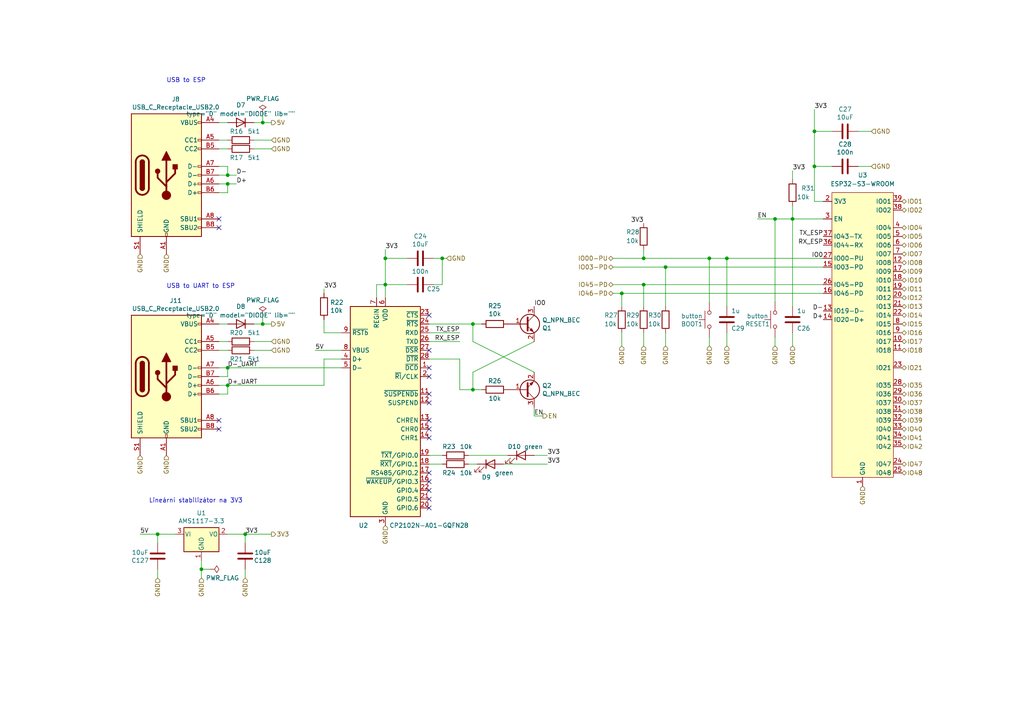
<source format=kicad_sch>
(kicad_sch (version 20230121) (generator eeschema)
  (paper "A4")
  (lib_symbols
    (symbol "Connector:USB_C_Receptacle_USB2.0" (pin_names (offset 1.016))
      (property "Reference" "J" (at -10.16 19.05 0))
      (property "Value" "USB_C_Receptacle_USB2.0" (at 19.05 19.05 0))
      (symbol "USB_C_Receptacle_USB2.0_0_0"
        (rectangle (start -0.254 -17.78) (end 0.254 -16.764))
        (rectangle (start 10.16 -14.986) (end 9.144 -15.494))
        (rectangle (start 10.16 -12.446) (end 9.144 -12.954))
        (rectangle (start 10.16 -4.826) (end 9.144 -5.334))
        (rectangle (start 10.16 -2.286) (end 9.144 -2.794))
        (rectangle (start 10.16 0.254) (end 9.144 -0.254))
        (rectangle (start 10.16 2.794) (end 9.144 2.286))
        (rectangle (start 10.16 7.874) (end 9.144 7.366))
        (rectangle (start 10.16 10.414) (end 9.144 9.906))
        (rectangle (start 10.16 15.494) (end 9.144 14.986))
      )
      (symbol "USB_C_Receptacle_USB2.0_0_1"
        (rectangle (start -10.16 17.78) (end 10.16 -17.78) (stroke (width 0.254)) (fill (type background)))
        (arc (start -8.89 -3.81) (mid -6.985 -5.7067) (end -5.08 -3.81) (stroke (width 0.508)))
        (arc (start -7.62 -3.81) (mid -6.985 -4.4423) (end -6.35 -3.81) (stroke (width 0.254)))
        (arc (start -7.62 -3.81) (mid -6.985 -4.4423) (end -6.35 -3.81) (stroke (width 0.254)) (fill (type outline)))
        (rectangle (start -7.62 -3.81) (end -6.35 3.81) (stroke (width 0.254)) (fill (type outline)))
        (arc (start -6.35 3.81) (mid -6.985 4.4423) (end -7.62 3.81) (stroke (width 0.254)))
        (arc (start -6.35 3.81) (mid -6.985 4.4423) (end -7.62 3.81) (stroke (width 0.254)) (fill (type outline)))
        (arc (start -5.08 3.81) (mid -6.985 5.7067) (end -8.89 3.81) (stroke (width 0.508)))
        (circle (center -2.54 1.143) (radius 0.635) (stroke (width 0.254)) (fill (type outline)))
        (circle (center 0 -5.842) (radius 1.27) (fill (type outline)))
        (polyline (pts (xy -8.89 -3.81) (xy -8.89 3.81)) (stroke (width 0.508)))
        (polyline (pts (xy -5.08 3.81) (xy -5.08 -3.81)) (stroke (width 0.508)))
        (polyline (pts (xy 0 -5.842) (xy 0 4.318)) (stroke (width 0.508)))
        (polyline (pts (xy 0 -3.302) (xy -2.54 -0.762) (xy -2.54 0.508)) (stroke (width 0.508)))
        (polyline (pts (xy 0 -2.032) (xy 2.54 0.508) (xy 2.54 1.778)) (stroke (width 0.508)))
        (polyline (pts (xy -1.27 4.318) (xy 0 6.858) (xy 1.27 4.318) (xy -1.27 4.318)) (stroke (width 0.254)) (fill (type outline)))
        (rectangle (start 1.905 1.778) (end 3.175 3.048) (stroke (width 0.254)) (fill (type outline)))
      )
      (symbol "USB_C_Receptacle_USB2.0_1_1"
        (pin passive line (at 0 -22.86 90) (length 5.08) (name "GND") (number "A1"))
        (pin passive line (at 0 -22.86 90) (length 5.08) hide (name "GND") (number "A12"))
        (pin passive line (at 15.24 15.24 180) (length 5.08) (name "VBUS") (number "A4"))
        (pin bidirectional line (at 15.24 10.16 180) (length 5.08) (name "CC1") (number "A5"))
        (pin bidirectional line (at 15.24 -2.54 180) (length 5.08) (name "D+") (number "A6"))
        (pin bidirectional line (at 15.24 2.54 180) (length 5.08) (name "D-") (number "A7"))
        (pin bidirectional line (at 15.24 -12.7 180) (length 5.08) (name "SBU1") (number "A8"))
        (pin passive line (at 15.24 15.24 180) (length 5.08) hide (name "VBUS") (number "A9"))
        (pin passive line (at 0 -22.86 90) (length 5.08) hide (name "GND") (number "B1"))
        (pin passive line (at 0 -22.86 90) (length 5.08) hide (name "GND") (number "B12"))
        (pin passive line (at 15.24 15.24 180) (length 5.08) hide (name "VBUS") (number "B4"))
        (pin bidirectional line (at 15.24 7.62 180) (length 5.08) (name "CC2") (number "B5"))
        (pin bidirectional line (at 15.24 -5.08 180) (length 5.08) (name "D+") (number "B6"))
        (pin bidirectional line (at 15.24 0 180) (length 5.08) (name "D-") (number "B7"))
        (pin bidirectional line (at 15.24 -15.24 180) (length 5.08) (name "SBU2") (number "B8"))
        (pin passive line (at 15.24 15.24 180) (length 5.08) hide (name "VBUS") (number "B9"))
        (pin passive line (at -7.62 -22.86 90) (length 5.08) (name "SHIELD") (number "S1"))
      )
    )
    (symbol "Device:C" (pin_numbers hide) (pin_names (offset 0.254))
      (property "Reference" "C" (at 0.635 2.54 0))
      (property "Value" "C" (at 0.635 -2.54 0))
      (symbol "C_0_1"
        (polyline (pts (xy -2.032 -0.762) (xy 2.032 -0.762)) (stroke (width 0.508)))
        (polyline (pts (xy -2.032 0.762) (xy 2.032 0.762)) (stroke (width 0.508)))
      )
      (symbol "C_1_1"
        (pin passive line (at 0 3.81 270) (length 2.794) (name "~") (number "1"))
        (pin passive line (at 0 -3.81 90) (length 2.794) (name "~") (number "2"))
      )
    )
    (symbol "Device:D" (pin_numbers hide) (pin_names (offset 1.016) hide)
      (property "Reference" "D" (at 0 2.54 0))
      (property "Value" "D" (at 0 -2.54 0))
      (symbol "D_0_1"
        (polyline (pts (xy -1.27 1.27) (xy -1.27 -1.27)) (stroke (width 0.254)))
        (polyline (pts (xy 1.27 0) (xy -1.27 0)))
        (polyline (pts (xy 1.27 1.27) (xy 1.27 -1.27) (xy -1.27 0) (xy 1.27 1.27)) (stroke (width 0.254)))
      )
      (symbol "D_1_1"
        (pin passive line (at -3.81 0 0) (length 2.54) (name "K") (number "1"))
        (pin passive line (at 3.81 0 180) (length 2.54) (name "A") (number "2"))
      )
    )
    (symbol "Device:LED" (pin_numbers hide) (pin_names (offset 1.016) hide)
      (property "Reference" "D" (at 0 2.54 0))
      (property "Value" "LED" (at 0 -2.54 0))
      (symbol "LED_0_1"
        (polyline (pts (xy -1.27 -1.27) (xy -1.27 1.27)) (stroke (width 0.254)))
        (polyline (pts (xy -1.27 0) (xy 1.27 0)))
        (polyline (pts (xy 1.27 -1.27) (xy 1.27 1.27) (xy -1.27 0) (xy 1.27 -1.27)) (stroke (width 0.254)))
        (polyline (pts (xy -3.048 -0.762) (xy -4.572 -2.286) (xy -3.81 -2.286) (xy -4.572 -2.286) (xy -4.572 -1.524)))
        (polyline (pts (xy -1.778 -0.762) (xy -3.302 -2.286) (xy -2.54 -2.286) (xy -3.302 -2.286) (xy -3.302 -1.524)))
      )
      (symbol "LED_1_1"
        (pin passive line (at -3.81 0 0) (length 2.54) (name "K") (number "1"))
        (pin passive line (at 3.81 0 180) (length 2.54) (name "A") (number "2"))
      )
    )
    (symbol "Device:Q_NPN_BEC" (pin_names (offset 0) hide)
      (property "Reference" "Q" (at 5.08 1.27 0))
      (property "Value" "Q_NPN_BEC" (at 5.08 -1.27 0))
      (symbol "Q_NPN_BEC_0_1"
        (polyline (pts (xy 0.635 0.635) (xy 2.54 2.54)))
        (polyline (pts (xy 0.635 -0.635) (xy 2.54 -2.54) (xy 2.54 -2.54)))
        (polyline (pts (xy 0.635 1.905) (xy 0.635 -1.905) (xy 0.635 -1.905)) (stroke (width 0.508)))
        (polyline (pts (xy 1.27 -1.778) (xy 1.778 -1.27) (xy 2.286 -2.286) (xy 1.27 -1.778) (xy 1.27 -1.778)) (fill (type outline)))
        (circle (center 1.27 0) (radius 2.8194) (stroke (width 0.254)))
      )
      (symbol "Q_NPN_BEC_1_1"
        (pin input line (at -5.08 0 0) (length 5.715) (name "B") (number "1"))
        (pin passive line (at 2.54 -5.08 90) (length 2.54) (name "E") (number "2"))
        (pin passive line (at 2.54 5.08 270) (length 2.54) (name "C") (number "3"))
      )
    )
    (symbol "Device:R" (pin_numbers hide) (pin_names (offset 0))
      (property "Reference" "R" (at 2.032 0 90))
      (property "Value" "R" (at 0 0 90))
      (symbol "R_0_1"
        (rectangle (start -1.016 -2.54) (end 1.016 2.54) (stroke (width 0.254)))
      )
      (symbol "R_1_1"
        (pin passive line (at 0 3.81 270) (length 1.27) (name "~") (number "1"))
        (pin passive line (at 0 -3.81 90) (length 1.27) (name "~") (number "2"))
      )
    )
    (symbol "Logic_tabor-rescue:CP2102N-A01-GQFN28-Interface_USB"
      (property "Reference" "U" (at -7.62 31.75 0))
      (property "Value" "CP2102N-A01-GQFN28-Interface_USB" (at 26.67 31.75 0))
      (symbol "CP2102N-A01-GQFN28-Interface_USB_0_1"
        (rectangle (start -10.16 30.48) (end 10.16 -30.48) (stroke (width 0.254)) (fill (type background)))
      )
      (symbol "CP2102N-A01-GQFN28-Interface_USB_1_1"
        (pin input line (at 12.7 12.7 180) (length 2.54) (name "~{DCD}") (number "1"))
        (pin no_connect line (at -10.16 -10.16 0) (length 2.54) hide (name "NC") (number "10"))
        (pin output line (at 12.7 5.08 180) (length 2.54) (name "~{SUSPENDb}") (number "11"))
        (pin output line (at 12.7 2.54 180) (length 2.54) (name "SUSPEND") (number "12"))
        (pin output line (at 12.7 -2.54 180) (length 2.54) (name "CHREN") (number "13"))
        (pin output line (at 12.7 -7.62 180) (length 2.54) (name "CHR1") (number "14"))
        (pin output line (at 12.7 -5.08 180) (length 2.54) (name "CHR0") (number "15"))
        (pin bidirectional line (at 12.7 -20.32 180) (length 2.54) (name "~{WAKEUP}/GPIO.3") (number "16"))
        (pin bidirectional line (at 12.7 -17.78 180) (length 2.54) (name "RS485/GPIO.2") (number "17"))
        (pin bidirectional line (at 12.7 -15.24 180) (length 2.54) (name "~{RXT}/GPIO.1") (number "18"))
        (pin bidirectional line (at 12.7 -12.7 180) (length 2.54) (name "~{TXT}/GPIO.0") (number "19"))
        (pin bidirectional line (at 12.7 10.16 180) (length 2.54) (name "~{RI}/CLK") (number "2"))
        (pin bidirectional line (at 12.7 -27.94 180) (length 2.54) (name "GPIO.6") (number "20"))
        (pin bidirectional line (at 12.7 -25.4 180) (length 2.54) (name "GPIO.5") (number "21"))
        (pin bidirectional line (at 12.7 -22.86 180) (length 2.54) (name "GPIO.4") (number "22"))
        (pin input line (at 12.7 27.94 180) (length 2.54) (name "~{CTS}") (number "23"))
        (pin output line (at 12.7 25.4 180) (length 2.54) (name "~{RTS}") (number "24"))
        (pin input line (at 12.7 22.86 180) (length 2.54) (name "RXD") (number "25"))
        (pin output line (at 12.7 20.32 180) (length 2.54) (name "TXD") (number "26"))
        (pin input line (at 12.7 17.78 180) (length 2.54) (name "~{DSR}") (number "27"))
        (pin output line (at 12.7 15.24 180) (length 2.54) (name "~{DTR}") (number "28"))
        (pin passive line (at 0 -33.02 90) (length 2.54) hide (name "GND") (number "29"))
        (pin power_in line (at 0 -33.02 90) (length 2.54) (name "GND") (number "3"))
        (pin bidirectional line (at -12.7 15.24 0) (length 2.54) (name "D+") (number "4"))
        (pin bidirectional line (at -12.7 12.7 0) (length 2.54) (name "D-") (number "5"))
        (pin passive line (at 0 33.02 270) (length 2.54) (name "VDD") (number "6"))
        (pin power_in line (at -2.54 33.02 270) (length 2.54) (name "REGIN") (number "7"))
        (pin input line (at -12.7 17.78 0) (length 2.54) (name "VBUS") (number "8"))
        (pin input line (at -12.7 22.86 0) (length 2.54) (name "~{RSTb}") (number "9"))
      )
    )
    (symbol "Regulator_Linear:AMS1117-3.3" (pin_names (offset 0.254))
      (property "Reference" "U" (at -3.81 3.175 0))
      (property "Value" "AMS1117-3.3" (at 0 3.175 0))
      (symbol "AMS1117-3.3_0_1"
        (rectangle (start -5.08 -5.08) (end 5.08 1.905) (stroke (width 0.254)) (fill (type background)))
      )
      (symbol "AMS1117-3.3_1_1"
        (pin power_in line (at 0 -7.62 90) (length 2.54) (name "GND") (number "1"))
        (pin power_out line (at 7.62 0 180) (length 2.54) (name "VO") (number "2"))
        (pin power_in line (at -7.62 0 0) (length 2.54) (name "VI") (number "3"))
      )
    )
    (symbol "Robotarna_KiCad_Library:ESP32-S3-WROOM"
      (property "Reference" "U" (at 0 5.08 0))
      (property "Value" "ESP32-S3-WROOM" (at 0 2.54 0))
      (symbol "ESP32-S3-WROOM_0_1"
        (rectangle (start -8.89 0) (end 8.89 -82.55) (fill (type background)))
      )
      (symbol "ESP32-S3-WROOM_1_1"
        (pin power_in line (at 0 -85.09 90) (length 2.54) (name "GND") (number "1"))
        (pin bidirectional line (at 11.43 -43.18 180) (length 2.54) (name "IO17") (number "10"))
        (pin bidirectional line (at 11.43 -45.72 180) (length 2.54) (name "IO18") (number "11"))
        (pin bidirectional line (at 11.43 -20.32 180) (length 2.54) (name "IO08") (number "12"))
        (pin bidirectional line (at -11.43 -34.29 0) (length 2.54) (name "IO19-D-") (number "13"))
        (pin bidirectional line (at -11.43 -36.83 0) (length 2.54) (name "IO20-D+") (number "14"))
        (pin bidirectional line (at -11.43 -21.59 0) (length 2.54) (name "IO03-PD") (number "15"))
        (pin bidirectional line (at -11.43 -29.21 0) (length 2.54) (name "IO46-PD") (number "16"))
        (pin bidirectional line (at 11.43 -22.86 180) (length 2.54) (name "IO09") (number "17"))
        (pin bidirectional line (at 11.43 -25.4 180) (length 2.54) (name "IO10") (number "18"))
        (pin bidirectional line (at 11.43 -27.94 180) (length 2.54) (name "IO11") (number "19"))
        (pin power_in line (at -11.43 -2.54 0) (length 2.54) (name "3V3") (number "2"))
        (pin bidirectional line (at 11.43 -30.48 180) (length 2.54) (name "IO12") (number "20"))
        (pin bidirectional line (at 11.43 -33.02 180) (length 2.54) (name "IO13") (number "21"))
        (pin bidirectional line (at 11.43 -35.56 180) (length 2.54) (name "IO14") (number "22"))
        (pin bidirectional line (at 11.43 -50.8 180) (length 2.54) (name "IO21") (number "23"))
        (pin bidirectional line (at 11.43 -78.74 180) (length 2.54) (name "IO47") (number "24"))
        (pin bidirectional line (at 11.43 -81.28 180) (length 2.54) (name "IO48") (number "25"))
        (pin bidirectional line (at -11.43 -26.67 0) (length 2.54) (name "IO45-PD") (number "26"))
        (pin bidirectional line (at -11.43 -19.05 0) (length 2.54) (name "IO00-PU") (number "27"))
        (pin bidirectional line (at 11.43 -55.88 180) (length 2.54) (name "IO35") (number "28"))
        (pin bidirectional line (at 11.43 -58.42 180) (length 2.54) (name "IO36") (number "29"))
        (pin input line (at -11.43 -7.62 0) (length 2.54) (name "EN") (number "3"))
        (pin bidirectional line (at 11.43 -60.96 180) (length 2.54) (name "IO37") (number "30"))
        (pin bidirectional line (at 11.43 -63.5 180) (length 2.54) (name "IO38") (number "31"))
        (pin bidirectional line (at 11.43 -66.04 180) (length 2.54) (name "IO39") (number "32"))
        (pin bidirectional line (at 11.43 -68.58 180) (length 2.54) (name "IO40") (number "33"))
        (pin bidirectional line (at 11.43 -71.12 180) (length 2.54) (name "IO41") (number "34"))
        (pin bidirectional line (at 11.43 -73.66 180) (length 2.54) (name "IO42") (number "35"))
        (pin input line (at -11.43 -15.24 0) (length 2.54) (name "IO44-RX") (number "36"))
        (pin output line (at -11.43 -12.7 0) (length 2.54) (name "IO43-TX") (number "37"))
        (pin bidirectional line (at 11.43 -5.08 180) (length 2.54) (name "IO02") (number "38"))
        (pin bidirectional line (at 11.43 -2.54 180) (length 2.54) (name "IO01") (number "39"))
        (pin bidirectional line (at 11.43 -10.16 180) (length 2.54) (name "IO04") (number "4"))
        (pin free line (at 0 -85.09 90) (length 2.54) hide (name "GND") (number "40"))
        (pin passive line (at 0 -85.09 90) (length 2.54) hide (name "GND") (number "41"))
        (pin bidirectional line (at 11.43 -12.7 180) (length 2.54) (name "IO05") (number "5"))
        (pin bidirectional line (at 11.43 -15.24 180) (length 2.54) (name "IO06") (number "6"))
        (pin bidirectional line (at 11.43 -17.78 180) (length 2.54) (name "IO07") (number "7"))
        (pin bidirectional line (at 11.43 -38.1 180) (length 2.54) (name "IO15") (number "8"))
        (pin bidirectional line (at 11.43 -40.64 180) (length 2.54) (name "IO16") (number "9"))
      )
    )
    (symbol "Switch:SW_Push" (pin_numbers hide) (pin_names (offset 1.016) hide)
      (property "Reference" "SW" (at 1.27 2.54 0))
      (property "Value" "SW_Push" (at 0 -1.524 0))
      (symbol "SW_Push_0_1"
        (circle (center -2.032 0) (radius 0.508))
        (polyline (pts (xy 0 1.27) (xy 0 3.048)))
        (polyline (pts (xy 2.54 1.27) (xy -2.54 1.27)))
        (circle (center 2.032 0) (radius 0.508))
        (pin passive line (at -5.08 0 0) (length 2.54) (name "1") (number "1"))
        (pin passive line (at 5.08 0 180) (length 2.54) (name "2") (number "2"))
      )
    )
    (symbol "power:PWR_FLAG" (power) (pin_numbers hide) (pin_names (offset 0) hide)
      (property "Value" "PWR_FLAG" (at 0 3.81 0))
      (symbol "PWR_FLAG_0_0"
        (pin power_out line (at 0 0 90) (length 0) (name "pwr") (number "1"))
      )
      (symbol "PWR_FLAG_0_1"
        (polyline (pts (xy 0 0) (xy 0 1.27) (xy -1.016 1.905) (xy 0 2.54) (xy 1.016 1.905) (xy 0 1.27)))
      )
    )
  )
  (junction (at 66.04 111.76))
  (junction (at 186.69 82.55))
  (junction (at 76.2 93.98))
  (junction (at 71.12 154.94))
  (junction (at 111.76 74.93))
  (junction (at 128.27 74.93))
  (junction (at 137.16 93.98))
  (junction (at 66.04 106.68))
  (junction (at 193.04 77.47))
  (junction (at 229.87 63.5))
  (junction (at 66.04 53.34))
  (junction (at 66.04 50.8))
  (junction (at 76.2 35.56))
  (junction (at 58.42 165.1))
  (junction (at 45.72 154.94))
  (junction (at 180.34 85.09))
  (junction (at 111.76 82.55))
  (junction (at 186.69 74.93))
  (junction (at 210.82 74.93))
  (junction (at 224.79 63.5))
  (junction (at 205.74 74.93))
  (junction (at 236.22 38.1))
  (junction (at 236.22 48.26))
  (junction (at 137.16 113.03))
  (no_connect (at 124.46 121.92))
  (no_connect (at 124.46 114.3))
  (no_connect (at 124.46 142.24))
  (no_connect (at 124.46 127))
  (no_connect (at 124.46 147.32))
  (no_connect (at 63.5 121.92))
  (no_connect (at 124.46 109.22))
  (no_connect (at 124.46 116.84))
  (no_connect (at 63.5 63.5))
  (no_connect (at 124.46 101.6))
  (no_connect (at 124.46 91.44))
  (no_connect (at 124.46 144.78))
  (no_connect (at 124.46 124.46))
  (no_connect (at 124.46 139.7))
  (no_connect (at 63.5 66.04))
  (no_connect (at 63.5 124.46))
  (no_connect (at 124.46 106.68))
  (no_connect (at 124.46 137.16))
  (wire (pts (xy 133.35 113.03) (xy 133.35 104.14)))
  (wire (pts (xy 147.32 132.08) (xy 135.89 132.08)))
  (wire (pts (xy 224.79 63.5) (xy 229.87 63.5)))
  (wire (pts (xy 76.2 91.44) (xy 76.2 93.98)))
  (wire (pts (xy 71.12 157.48) (xy 71.12 154.94)))
  (wire (pts (xy 58.42 165.1) (xy 58.42 162.56)))
  (wire (pts (xy 93.98 96.52) (xy 99.06 96.52)))
  (wire (pts (xy 138.43 134.62) (xy 135.89 134.62)))
  (wire (pts (xy 186.69 82.55) (xy 238.76 82.55)))
  (wire (pts (xy 128.27 134.62) (xy 124.46 134.62)))
  (wire (pts (xy 193.04 100.33) (xy 193.04 96.52)))
  (wire (pts (xy 124.46 132.08) (xy 128.27 132.08)))
  (wire (pts (xy 78.74 101.6) (xy 73.66 101.6)))
  (wire (pts (xy 125.73 74.93) (xy 128.27 74.93)))
  (wire (pts (xy 63.5 50.8) (xy 66.04 50.8)))
  (wire (pts (xy 66.04 106.68) (xy 99.06 106.68)))
  (wire (pts (xy 158.75 132.08) (xy 154.94 132.08)))
  (wire (pts (xy 91.44 101.6) (xy 99.06 101.6)))
  (wire (pts (xy 45.72 165.1) (xy 45.72 167.64)))
  (wire (pts (xy 177.8 85.09) (xy 180.34 85.09)))
  (wire (pts (xy 154.94 99.06) (xy 137.16 107.95)))
  (wire (pts (xy 229.87 100.33) (xy 229.87 96.52)))
  (wire (pts (xy 154.94 118.11) (xy 154.94 120.65)))
  (wire (pts (xy 63.5 101.6) (xy 66.04 101.6)))
  (wire (pts (xy 118.11 82.55) (xy 111.76 82.55)))
  (wire (pts (xy 63.5 93.98) (xy 66.04 93.98)))
  (wire (pts (xy 78.74 154.94) (xy 71.12 154.94)))
  (wire (pts (xy 205.74 74.93) (xy 210.82 74.93)))
  (wire (pts (xy 137.16 113.03) (xy 139.7 113.03)))
  (wire (pts (xy 78.74 43.18) (xy 73.66 43.18)))
  (wire (pts (xy 66.04 53.34) (xy 68.58 53.34)))
  (wire (pts (xy 66.04 111.76) (xy 93.98 111.76)))
  (wire (pts (xy 93.98 111.76) (xy 93.98 104.14)))
  (wire (pts (xy 45.72 154.94) (xy 50.8 154.94)))
  (wire (pts (xy 224.79 100.33) (xy 224.79 97.79)))
  (wire (pts (xy 186.69 96.52) (xy 186.69 100.33)))
  (wire (pts (xy 133.35 104.14) (xy 124.46 104.14)))
  (wire (pts (xy 111.76 82.55) (xy 111.76 86.36)))
  (wire (pts (xy 241.3 38.1) (xy 236.22 38.1)))
  (wire (pts (xy 73.66 40.64) (xy 78.74 40.64)))
  (wire (pts (xy 45.72 157.48) (xy 45.72 154.94)))
  (wire (pts (xy 193.04 77.47) (xy 238.76 77.47)))
  (wire (pts (xy 118.11 74.93) (xy 111.76 74.93)))
  (wire (pts (xy 76.2 35.56) (xy 73.66 35.56)))
  (wire (pts (xy 63.5 43.18) (xy 66.04 43.18)))
  (wire (pts (xy 78.74 93.98) (xy 76.2 93.98)))
  (wire (pts (xy 180.34 85.09) (xy 238.76 85.09)))
  (wire (pts (xy 219.71 63.5) (xy 224.79 63.5)))
  (wire (pts (xy 137.16 99.06) (xy 137.16 93.98)))
  (wire (pts (xy 40.64 154.94) (xy 45.72 154.94)))
  (wire (pts (xy 229.87 49.53) (xy 229.87 52.07)))
  (wire (pts (xy 137.16 107.95) (xy 137.16 113.03)))
  (wire (pts (xy 66.04 50.8) (xy 68.58 50.8)))
  (wire (pts (xy 76.2 93.98) (xy 73.66 93.98)))
  (wire (pts (xy 63.5 48.26) (xy 66.04 48.26)))
  (wire (pts (xy 186.69 72.39) (xy 186.69 74.93)))
  (wire (pts (xy 236.22 48.26) (xy 236.22 58.42)))
  (wire (pts (xy 93.98 83.82) (xy 93.98 85.09)))
  (wire (pts (xy 111.76 82.55) (xy 109.22 82.55)))
  (wire (pts (xy 124.46 96.52) (xy 133.35 96.52)))
  (wire (pts (xy 63.5 35.56) (xy 66.04 35.56)))
  (wire (pts (xy 66.04 99.06) (xy 63.5 99.06)))
  (wire (pts (xy 252.73 48.26) (xy 248.92 48.26)))
  (wire (pts (xy 236.22 38.1) (xy 236.22 48.26)))
  (wire (pts (xy 58.42 165.1) (xy 60.96 165.1)))
  (wire (pts (xy 66.04 55.88) (xy 66.04 53.34)))
  (wire (pts (xy 124.46 99.06) (xy 133.35 99.06)))
  (wire (pts (xy 210.82 74.93) (xy 238.76 74.93)))
  (wire (pts (xy 93.98 92.71) (xy 93.98 96.52)))
  (wire (pts (xy 78.74 35.56) (xy 76.2 35.56)))
  (wire (pts (xy 236.22 31.75) (xy 236.22 38.1)))
  (wire (pts (xy 66.04 114.3) (xy 66.04 111.76)))
  (wire (pts (xy 109.22 82.55) (xy 109.22 86.36)))
  (wire (pts (xy 158.75 134.62) (xy 146.05 134.62)))
  (wire (pts (xy 66.04 109.22) (xy 66.04 106.68)))
  (wire (pts (xy 128.27 74.93) (xy 128.27 82.55)))
  (wire (pts (xy 193.04 77.47) (xy 193.04 88.9)))
  (wire (pts (xy 63.5 114.3) (xy 66.04 114.3)))
  (wire (pts (xy 63.5 53.34) (xy 66.04 53.34)))
  (wire (pts (xy 58.42 167.64) (xy 58.42 165.1)))
  (wire (pts (xy 154.94 120.65) (xy 157.48 120.65)))
  (wire (pts (xy 177.8 77.47) (xy 193.04 77.47)))
  (wire (pts (xy 73.66 99.06) (xy 78.74 99.06)))
  (wire (pts (xy 129.54 74.93) (xy 128.27 74.93)))
  (wire (pts (xy 133.35 113.03) (xy 137.16 113.03)))
  (wire (pts (xy 210.82 100.33) (xy 210.82 96.52)))
  (wire (pts (xy 180.34 85.09) (xy 180.34 88.9)))
  (wire (pts (xy 180.34 100.33) (xy 180.34 96.52)))
  (wire (pts (xy 93.98 104.14) (xy 99.06 104.14)))
  (wire (pts (xy 229.87 59.69) (xy 229.87 63.5)))
  (wire (pts (xy 76.2 33.02) (xy 76.2 35.56)))
  (wire (pts (xy 236.22 58.42) (xy 238.76 58.42)))
  (wire (pts (xy 63.5 55.88) (xy 66.04 55.88)))
  (wire (pts (xy 128.27 82.55) (xy 125.73 82.55)))
  (wire (pts (xy 63.5 106.68) (xy 66.04 106.68)))
  (wire (pts (xy 71.12 154.94) (xy 66.04 154.94)))
  (wire (pts (xy 210.82 74.93) (xy 210.82 88.9)))
  (wire (pts (xy 154.94 107.95) (xy 137.16 99.06)))
  (wire (pts (xy 63.5 111.76) (xy 66.04 111.76)))
  (wire (pts (xy 205.74 100.33) (xy 205.74 97.79)))
  (wire (pts (xy 229.87 63.5) (xy 238.76 63.5)))
  (wire (pts (xy 229.87 63.5) (xy 229.87 88.9)))
  (wire (pts (xy 177.8 74.93) (xy 186.69 74.93)))
  (wire (pts (xy 224.79 63.5) (xy 224.79 87.63)))
  (wire (pts (xy 124.46 93.98) (xy 137.16 93.98)))
  (wire (pts (xy 248.92 38.1) (xy 252.73 38.1)))
  (wire (pts (xy 241.3 48.26) (xy 236.22 48.26)))
  (wire (pts (xy 186.69 82.55) (xy 186.69 88.9)))
  (wire (pts (xy 205.74 74.93) (xy 205.74 87.63)))
  (wire (pts (xy 177.8 82.55) (xy 186.69 82.55)))
  (wire (pts (xy 71.12 165.1) (xy 71.12 167.64)))
  (wire (pts (xy 66.04 40.64) (xy 63.5 40.64)))
  (wire (pts (xy 111.76 72.39) (xy 111.76 74.93)))
  (wire (pts (xy 186.69 74.93) (xy 205.74 74.93)))
  (wire (pts (xy 66.04 50.8) (xy 66.04 48.26)))
  (wire (pts (xy 63.5 109.22) (xy 66.04 109.22)))
  (wire (pts (xy 111.76 74.93) (xy 111.76 82.55)))
  (wire (pts (xy 137.16 93.98) (xy 139.7 93.98)))
  (text "USB to UART to ESP" (at 48.26 83.82 0) (effects (font (size 1.27 1.27)) (justify left bottom)))
  (text "Lineární stabilizátor na 3V3\n" (at 43.18 146.05 0) (effects (font (size 1.27 1.27)) (justify left bottom)))
  (text "USB to ESP" (at 48.26 24.13 0) (effects (font (size 1.27 1.27)) (justify left bottom)))
  (label "5V" (at 91.44 101.6 0))
  (label "TX_ESP" (at 238.76 68.58 180))
  (label "D+" (at 68.58 53.34 0))
  (label "D-_UART" (at 66.04 106.68 0))
  (label "RX_ESP" (at 133.35 99.06 180))
  (label "3V3" (at 158.75 132.08 0))
  (label "RX_ESP" (at 238.76 71.12 180))
  (label "IO0" (at 238.76 74.93 180))
  (label "3V3" (at 93.98 83.82 0))
  (label "IO0" (at 154.94 88.9 0))
  (label "D+_UART" (at 66.04 111.76 0))
  (label "EN" (at 219.71 63.5 0))
  (label "TX_ESP" (at 133.35 96.52 180))
  (label "3V3" (at 71.12 154.94 0))
  (label "3V3" (at 229.87 49.53 0))
  (label "3V3" (at 111.76 72.39 0))
  (label "3V3" (at 158.75 134.62 0))
  (label "D+" (at 238.76 92.71 180))
  (label "D-" (at 238.76 90.17 180))
  (label "3V3" (at 236.22 31.75 0))
  (label "5V" (at 40.64 154.94 0))
  (label "EN" (at 154.94 120.65 0))
  (label "D-" (at 68.58 50.8 0))
  (label "3V3" (at 186.69 64.77 180))
  (hierarchical_label "5V" (shape output) (at 78.74 35.56 0))
  (hierarchical_label "IO07" (shape bidirectional) (at 261.62 73.66 0))
  (hierarchical_label "IO00-PU" (shape bidirectional) (at 177.8 74.93 180))
  (hierarchical_label "GND" (shape input) (at 229.87 100.33 270))
  (hierarchical_label "IO45-PD" (shape bidirectional) (at 177.8 82.55 180))
  (hierarchical_label "IO09" (shape bidirectional) (at 261.62 78.74 0))
  (hierarchical_label "IO36" (shape bidirectional) (at 261.62 114.3 0))
  (hierarchical_label "IO41" (shape bidirectional) (at 261.62 127 0))
  (hierarchical_label "GND" (shape input) (at 40.64 73.66 270))
  (hierarchical_label "IO18" (shape bidirectional) (at 261.62 101.6 0))
  (hierarchical_label "GND" (shape input) (at 45.72 167.64 270))
  (hierarchical_label "IO39" (shape bidirectional) (at 261.62 121.92 0))
  (hierarchical_label "GND" (shape input) (at 186.69 100.33 270))
  (hierarchical_label "IO47" (shape bidirectional) (at 261.62 134.62 0))
  (hierarchical_label "GND" (shape input) (at 224.79 100.33 270))
  (hierarchical_label "IO38" (shape bidirectional) (at 261.62 119.38 0))
  (hierarchical_label "IO10" (shape bidirectional) (at 261.62 81.28 0))
  (hierarchical_label "3V3" (shape output) (at 78.74 154.94 0))
  (hierarchical_label "IO42" (shape bidirectional) (at 261.62 129.54 0))
  (hierarchical_label "GND" (shape input) (at 40.64 132.08 270))
  (hierarchical_label "GND" (shape input) (at 111.76 152.4 270))
  (hierarchical_label "IO03-PD" (shape bidirectional) (at 177.8 77.47 180))
  (hierarchical_label "GND" (shape input) (at 205.74 100.33 270))
  (hierarchical_label "GND" (shape input) (at 129.54 74.93 0))
  (hierarchical_label "IO17" (shape bidirectional) (at 261.62 99.06 0))
  (hierarchical_label "IO13" (shape bidirectional) (at 261.62 88.9 0))
  (hierarchical_label "IO48" (shape bidirectional) (at 261.62 137.16 0))
  (hierarchical_label "IO46-PD" (shape bidirectional) (at 177.8 85.09 180))
  (hierarchical_label "IO37" (shape bidirectional) (at 261.62 116.84 0))
  (hierarchical_label "GND" (shape input) (at 210.82 100.33 270))
  (hierarchical_label "GND" (shape input) (at 71.12 167.64 270))
  (hierarchical_label "IO35" (shape bidirectional) (at 261.62 111.76 0))
  (hierarchical_label "IO16" (shape bidirectional) (at 261.62 96.52 0))
  (hierarchical_label "IO14" (shape bidirectional) (at 261.62 91.44 0))
  (hierarchical_label "GND" (shape input) (at 58.42 167.64 270))
  (hierarchical_label "IO40" (shape bidirectional) (at 261.62 124.46 0))
  (hierarchical_label "GND" (shape input) (at 48.26 132.08 270))
  (hierarchical_label "IO08" (shape bidirectional) (at 261.62 76.2 0))
  (hierarchical_label "5V" (shape output) (at 78.74 93.98 0))
  (hierarchical_label "GND" (shape input) (at 78.74 43.18 0))
  (hierarchical_label "GND" (shape input) (at 180.34 100.33 270))
  (hierarchical_label "GND" (shape input) (at 78.74 40.64 0))
  (hierarchical_label "IO04" (shape bidirectional) (at 261.62 66.04 0))
  (hierarchical_label "IO06" (shape bidirectional) (at 261.62 71.12 0))
  (hierarchical_label "EN" (shape output) (at 157.48 120.65 0))
  (hierarchical_label "GND" (shape input) (at 252.73 38.1 0))
  (hierarchical_label "GND" (shape input) (at 78.74 99.06 0))
  (hierarchical_label "IO01" (shape bidirectional) (at 261.62 58.42 0))
  (hierarchical_label "GND" (shape input) (at 78.74 101.6 0))
  (hierarchical_label "IO02" (shape bidirectional) (at 261.62 60.96 0))
  (hierarchical_label "IO05" (shape bidirectional) (at 261.62 68.58 0))
  (hierarchical_label "GND" (shape input) (at 48.26 73.66 270))
  (hierarchical_label "GND" (shape input) (at 250.19 140.97 270))
  (hierarchical_label "IO21" (shape bidirectional) (at 261.62 106.68 0))
  (hierarchical_label "IO12" (shape bidirectional) (at 261.62 86.36 0))
  (hierarchical_label "GND" (shape input) (at 193.04 100.33 270))
  (hierarchical_label "IO15" (shape bidirectional) (at 261.62 93.98 0))
  (hierarchical_label "GND" (shape input) (at 252.73 48.26 0))
  (hierarchical_label "IO11" (shape bidirectional) (at 261.62 83.82 0))
  (symbol (lib_id "power:PWR_FLAG") (at 60.96 165.1 270) (unit 1)
    (property "Reference" "#FLG0101" (effects hide))
    (property "Value" "PWR_FLAG" (at 59.69 167.64 90) (effects (justify left)))
  )
  (symbol (lib_id "Device:C") (at 210.82 92.71 0) (mirror y) (unit 1)
    (property "Reference" "C29" (at 212.09 95.25 0) (effects (justify right)))
    (property "Value" "1u" (at 212.09 90.17 0) (effects (justify right)))
    (property "Footprint" "Capacitor_SMD:C_0402_1005Metric" (effects hide))
    (property "LCSC" "C52923" (effects hide))
    (property "JLCPCB_CORRECTION" "0;0;0" (effects hide))
  )
  (symbol (lib_id "Regulator_Linear:AMS1117-3.3") (at 58.42 154.94 0) (unit 1)
    (property "Reference" "U1" (at 58.42 148.7932 0))
    (property "Value" "AMS1117-3.3" (at 58.42 151.1046 0))
    (property "Footprint" "Package_TO_SOT_SMD:SOT-223-3_TabPin2" (effects hide))
    (property "Datasheet" "http://www.advanced-monolithic.com/pdf/ds1117.pdf" (effects hide))
    (property "JLCPCB_CORRECTION" "0;0;180" (effects hide))
    (property "LCSC" " C6186" (effects hide))
  )
  (symbol (lib_id "Device:R") (at 93.98 88.9 0) (unit 1)
    (property "Reference" "R22" (at 95.758 87.7316 0) (effects (justify left)))
    (property "Value" "10k" (at 95.758 90.043 0) (effects (justify left)))
    (property "Footprint" "Resistor_SMD:R_0402_1005Metric" (effects hide))
    (property "LCSC" "C25744" (effects hide))
    (property "JLCPCB_CORRECTION" "0;0;0" (effects hide))
  )
  (symbol (lib_id "Device:D") (at 69.85 93.98 0) (mirror y) (unit 1)
    (property "Reference" "D8" (at 69.85 88.9 0))
    (property "Value" "${SIM.PARAMS}" (at 69.85 91.44 0))
    (property "Footprint" "Diode_SMD:D_SMA" (effects hide))
    (property "LCSC" "C8678" (effects hide))
    (property "JLCPCB_CORRECTION" "0;0;0" (effects hide))
    (property "Sim.Device" "SPICE" (effects hide))
    (property "Sim.Params" "type=\"D\" model=\"DIODE\" lib=\"\"" (effects hide))
    (property "Sim.Pins" "1=1 2=2" (effects hide))
  )
  (symbol (lib_id "Device:D") (at 69.85 35.56 0) (mirror y) (unit 1)
    (property "Reference" "D7" (at 69.85 30.48 0))
    (property "Value" "${SIM.PARAMS}" (at 69.85 33.02 0))
    (property "Footprint" "Diode_SMD:D_SMA" (effects hide))
    (property "LCSC" "C8678" (effects hide))
    (property "JLCPCB_CORRECTION" "0;0;0" (effects hide))
    (property "Sim.Device" "SPICE" (effects hide))
    (property "Sim.Params" "type=\"D\" model=\"DIODE\" lib=\"\"" (effects hide))
    (property "Sim.Pins" "1=1 2=2" (effects hide))
  )
  (symbol (lib_id "Device:R") (at 180.34 92.71 0) (unit 1)
    (property "Reference" "R27" (at 175.26 91.44 0) (effects (justify left)))
    (property "Value" "10k" (at 175.26 93.98 0) (effects (justify left)))
    (property "Footprint" "Resistor_SMD:R_0402_1005Metric" (effects hide))
    (property "LCSC" "C25744" (effects hide))
    (property "JLCPCB_CORRECTION" "0;0;0" (effects hide))
  )
  (symbol (lib_id "Device:C") (at 121.92 82.55 270) (unit 1)
    (property "Reference" "C25" (at 125.73 83.82 90))
    (property "Value" "100n" (at 121.92 78.74 90))
    (property "Footprint" "Capacitor_SMD:C_0402_1005Metric" (effects hide))
    (property "LCSC" "C1525" (effects hide))
    (property "JLCPCB_CORRECTION" "0;0;0" (effects hide))
  )
  (symbol (lib_id "Switch:SW_Push") (at 224.79 92.71 90) (mirror x) (unit 1)
    (property "Reference" "RESET1" (at 219.71 93.98 90))
    (property "Value" "button" (at 219.71 91.6686 90))
    (property "Footprint" "my_library:Tactile_switch" (effects hide))
    (property "LCSC" "C318887" (effects hide))
    (property "JLCPCB_CORRECTION" "0;0;0" (effects hide))
  )
  (symbol (lib_id "Device:C") (at 71.12 161.29 0) (unit 1)
    (property "Reference" "C128" (at 76.2 162.56 0))
    (property "Value" "10uF" (at 76.2 160.2486 0))
    (property "Footprint" "Capacitor_SMD:C_0603_1608Metric" (effects hide))
    (property "LCSC" "C96446" (effects hide))
    (property "JLCPCB_CORRECTION" "0;0;0" (effects hide))
  )
  (symbol (lib_id "Logic_tabor-rescue:CP2102N-A01-GQFN28-Interface_USB") (at 111.76 119.38 0) (unit 1)
    (property "Reference" "U2" (at 105.41 152.4 0))
    (property "Value" "CP2102N-A01-GQFN28" (at 124.46 152.4 0))
    (property "Footprint" "Package_DFN_QFN:QFN-28-1EP_5x5mm_P0.5mm_EP3.35x3.35mm" (effects hide))
    (property "Datasheet" "https://www.silabs.com/documents/public/data-sheets/cp2102n-datasheet.pdf" (effects hide))
    (property "LCSC" "C6568" (effects hide))
    (property "JLCPCB_CORRECTION" "0;0;270" (effects hide))
  )
  (symbol (lib_id "Device:R") (at 69.85 40.64 270) (unit 1)
    (property "Reference" "R16" (at 68.58 38.1 90))
    (property "Value" "5k1" (at 73.66 38.1 90))
    (property "Footprint" "Resistor_SMD:R_0402_1005Metric" (effects hide))
    (property "JLCPCB_CORRECTION" "0;0;0" (effects hide))
    (property "LCSC" "C25905" (effects hide))
  )
  (symbol (lib_id "Device:R") (at 69.85 101.6 270) (unit 1)
    (property "Reference" "R21" (at 68.58 104.14 90))
    (property "Value" "5k1" (at 73.66 104.14 90))
    (property "Footprint" "Resistor_SMD:R_0402_1005Metric" (effects hide))
    (property "JLCPCB_CORRECTION" "0;0;0" (effects hide))
    (property "LCSC" "C25905" (effects hide))
  )
  (symbol (lib_id "Device:R") (at 186.69 92.71 0) (unit 1)
    (property "Reference" "R29" (at 181.61 91.44 0) (effects (justify left)))
    (property "Value" "10k" (at 181.61 93.98 0) (effects (justify left)))
    (property "Footprint" "Resistor_SMD:R_0402_1005Metric" (effects hide))
    (property "LCSC" "C25744" (effects hide))
    (property "JLCPCB_CORRECTION" "0;0;0" (effects hide))
  )
  (symbol (lib_id "Device:C") (at 229.87 92.71 0) (mirror y) (unit 1)
    (property "Reference" "C26" (at 231.14 95.25 0) (effects (justify right)))
    (property "Value" "1u" (at 231.14 90.17 0) (effects (justify right)))
    (property "Footprint" "Capacitor_SMD:C_0402_1005Metric" (effects hide))
    (property "LCSC" "C52923" (effects hide))
    (property "JLCPCB_CORRECTION" "0;0;0" (effects hide))
  )
  (symbol (lib_id "Device:R") (at 132.08 132.08 270) (unit 1)
    (property "Reference" "R23" (at 128.27 129.54 90) (effects (justify left)))
    (property "Value" "10k" (at 133.35 129.54 90) (effects (justify left)))
    (property "Footprint" "Resistor_SMD:R_0402_1005Metric" (effects hide))
    (property "LCSC" "C25744" (effects hide))
    (property "JLCPCB_CORRECTION" "0;0;0" (effects hide))
  )
  (symbol (lib_id "Device:C") (at 45.72 161.29 0) (unit 1)
    (property "Reference" "C127" (at 40.64 162.56 0))
    (property "Value" "10uF" (at 40.64 160.2486 0))
    (property "Footprint" "Capacitor_SMD:C_0603_1608Metric" (effects hide))
    (property "LCSC" "C96446" (effects hide))
    (property "JLCPCB_CORRECTION" "0;0;0" (effects hide))
  )
  (symbol (lib_id "Device:C") (at 121.92 74.93 270) (unit 1)
    (property "Reference" "C24" (at 121.92 68.5292 90))
    (property "Value" "10uF" (at 121.92 70.8406 90))
    (property "Footprint" "Capacitor_SMD:C_0603_1608Metric" (effects hide))
    (property "LCSC" "C96446" (effects hide))
    (property "JLCPCB_CORRECTION" "0;0;0" (effects hide))
  )
  (symbol (lib_id "Switch:SW_Push") (at 205.74 92.71 90) (mirror x) (unit 1)
    (property "Reference" "BOOT1" (at 200.66 93.98 90))
    (property "Value" "button" (at 200.66 91.6686 90))
    (property "Footprint" "my_library:Tactile_switch" (effects hide))
    (property "LCSC" "C318887" (effects hide))
    (property "JLCPCB_CORRECTION" "0;0;0" (effects hide))
  )
  (symbol (lib_id "Device:R") (at 69.85 99.06 270) (unit 1)
    (property "Reference" "R20" (at 68.58 96.52 90))
    (property "Value" "5k1" (at 73.66 96.52 90))
    (property "Footprint" "Resistor_SMD:R_0402_1005Metric" (effects hide))
    (property "JLCPCB_CORRECTION" "0;0;0" (effects hide))
    (property "LCSC" "C25905" (effects hide))
  )
  (symbol (lib_id "power:PWR_FLAG") (at 76.2 33.02 0) (unit 1)
    (property "Reference" "#FLG0104" (effects hide))
    (property "Value" "PWR_FLAG" (at 76.2 28.6258 0))
  )
  (symbol (lib_id "Device:R") (at 143.51 113.03 270) (unit 1)
    (property "Reference" "R26" (at 143.51 110.49 90))
    (property "Value" "10k" (at 143.51 115.57 90))
    (property "Footprint" "Resistor_SMD:R_0402_1005Metric" (effects hide))
    (property "LCSC" "C25744" (effects hide))
    (property "JLCPCB_CORRECTION" "0;0;0" (effects hide))
  )
  (symbol (lib_id "Robotarna_KiCad_Library:ESP32-S3-WROOM") (at 250.19 55.88 0) (unit 1)
    (property "Reference" "U3" (at 250.19 50.8 0))
    (property "Value" "ESP32-S3-WROOM" (at 250.19 53.34 0))
    (property "Footprint" "Robotarna_KiCad_Library:ESP32-S3-WROOM" (effects hide))
    (property "Datasheet" "https://www.espressif.com/sites/default/files/documentation/esp32-s3-wroom-1_wroom-1u_datasheet_en.pdf" (effects hide))
    (property "LCSC" "C2913199" (effects hide))
    (property "JLCPCB_CORRECTION" "0;9;0" (effects hide))
  )
  (symbol (lib_id "Device:C") (at 245.11 48.26 270) (unit 1)
    (property "Reference" "C28" (at 245.11 41.8592 90))
    (property "Value" "100n" (at 245.11 44.1706 90))
    (property "Footprint" "Capacitor_SMD:C_0402_1005Metric" (effects hide))
    (property "LCSC" "C1525" (effects hide))
    (property "JLCPCB_CORRECTION" "0;0;0" (effects hide))
  )
  (symbol (lib_id "Device:C") (at 245.11 38.1 270) (unit 1)
    (property "Reference" "C27" (at 245.11 31.6992 90))
    (property "Value" "10uF" (at 245.11 34.0106 90))
    (property "Footprint" "Capacitor_SMD:C_0603_1608Metric" (effects hide))
    (property "LCSC" "C96446" (effects hide))
    (property "JLCPCB_CORRECTION" "0;0;0" (effects hide))
  )
  (symbol (lib_id "Device:R") (at 229.87 55.88 0) (unit 1)
    (property "Reference" "R31" (at 232.41 54.61 0) (effects (justify left)))
    (property "Value" "10k" (at 231.14 57.15 0) (effects (justify left)))
    (property "Footprint" "Resistor_SMD:R_0402_1005Metric" (effects hide))
    (property "LCSC" "C25744" (effects hide))
    (property "JLCPCB_CORRECTION" "0;0;0" (effects hide))
  )
  (symbol (lib_id "Device:R") (at 132.08 134.62 270) (unit 1)
    (property "Reference" "R24" (at 128.27 137.16 90) (effects (justify left)))
    (property "Value" "10k" (at 133.35 137.16 90) (effects (justify left)))
    (property "Footprint" "Resistor_SMD:R_0402_1005Metric" (effects hide))
    (property "LCSC" "C25744" (effects hide))
    (property "JLCPCB_CORRECTION" "0;0;0" (effects hide))
  )
  (symbol (lib_id "Device:LED") (at 142.24 134.62 0) (unit 1)
    (property "Reference" "D9" (at 139.7 138.43 0) (effects (justify left)))
    (property "Value" "green" (at 143.51 137.16 0) (effects (justify left)))
    (property "Footprint" "LED_SMD:LED_0603_1608Metric" (effects hide))
    (property "LCSC" "C72043" (effects hide))
    (property "JLCPCB_CORRECTION" "0;0;0" (effects hide))
  )
  (symbol (lib_id "Device:R") (at 143.51 93.98 270) (unit 1)
    (property "Reference" "R25" (at 143.51 88.7222 90))
    (property "Value" "10k" (at 143.51 91.0336 90))
    (property "Footprint" "Resistor_SMD:R_0402_1005Metric" (effects hide))
    (property "LCSC" "C25744" (effects hide))
    (property "JLCPCB_CORRECTION" "0;0;0" (effects hide))
  )
  (symbol (lib_id "Device:R") (at 69.85 43.18 270) (unit 1)
    (property "Reference" "R17" (at 68.58 45.72 90))
    (property "Value" "5k1" (at 73.66 45.72 90))
    (property "Footprint" "Resistor_SMD:R_0402_1005Metric" (effects hide))
    (property "JLCPCB_CORRECTION" "0;0;0" (effects hide))
    (property "LCSC" "C25905" (effects hide))
  )
  (symbol (lib_id "power:PWR_FLAG") (at 76.2 91.44 0) (unit 1)
    (property "Reference" "#FLG0102" (effects hide))
    (property "Value" "PWR_FLAG" (at 76.2 87.0458 0))
  )
  (symbol (lib_id "Device:Q_NPN_BEC") (at 152.4 93.98 0) (unit 1)
    (property "Reference" "Q1" (at 157.2514 95.1484 0) (effects (justify left)))
    (property "Value" "Q_NPN_BEC" (at 157.2514 92.837 0) (effects (justify left)))
    (property "Footprint" "Package_TO_SOT_SMD:SOT-23" (effects hide))
    (property "LCSC" "C20526" (effects hide))
    (property "JLCPCB_CORRECTION" "0;0;180" (effects hide))
  )
  (symbol (lib_id "Device:Q_NPN_BEC") (at 152.4 113.03 0) (mirror x) (unit 1)
    (property "Reference" "Q2" (at 157.2514 111.8616 0) (effects (justify left)))
    (property "Value" "Q_NPN_BEC" (at 157.2514 114.173 0) (effects (justify left)))
    (property "Footprint" "Package_TO_SOT_SMD:SOT-23" (effects hide))
    (property "LCSC" "C20526" (effects hide))
    (property "JLCPCB_CORRECTION" "0;0;180" (effects hide))
  )
  (symbol (lib_id "Device:LED") (at 151.13 132.08 0) (unit 1)
    (property "Reference" "D10" (at 151.13 129.54 0) (effects (justify right)))
    (property "Value" "green" (at 157.48 129.54 0) (effects (justify right)))
    (property "Footprint" "LED_SMD:LED_0603_1608Metric" (effects hide))
    (property "LCSC" "C72043" (effects hide))
    (property "JLCPCB_CORRECTION" "0;0;0" (effects hide))
  )
  (symbol (lib_id "Device:R") (at 193.04 92.71 0) (unit 1)
    (property "Reference" "R30" (at 187.96 91.44 0) (effects (justify left)))
    (property "Value" "10k" (at 187.96 93.98 0) (effects (justify left)))
    (property "Footprint" "Resistor_SMD:R_0402_1005Metric" (effects hide))
    (property "LCSC" "C25744" (effects hide))
    (property "JLCPCB_CORRECTION" "0;0;0" (effects hide))
  )
  (symbol (lib_id "Connector:USB_C_Receptacle_USB2.0") (at 48.26 50.8 0) (unit 1)
    (property "Reference" "J8" (at 50.9778 28.7782 0))
    (property "Value" "USB_C_Receptacle_USB2.0" (at 50.9778 31.0896 0))
    (property "Footprint" "Connector_USB:USB_C_Receptacle_HRO_TYPE-C-31-M-12" (effects hide))
    (property "Datasheet" "https://www.usb.org/sites/default/files/documents/usb_type-c.zip" (effects hide))
    (property "LCSC" "C165948" (effects hide))
    (property "JLCPCB_CORRECTION" "0;-1;0" (effects hide))
  )
  (symbol (lib_id "Device:R") (at 186.69 68.58 0) (unit 1)
    (property "Reference" "R28" (at 181.61 67.31 0) (effects (justify left)))
    (property "Value" "10k" (at 181.61 69.85 0) (effects (justify left)))
    (property "Footprint" "Resistor_SMD:R_0402_1005Metric" (effects hide))
    (property "LCSC" "C25744" (effects hide))
    (property "JLCPCB_CORRECTION" "0;0;0" (effects hide))
  )
  (symbol (lib_id "Connector:USB_C_Receptacle_USB2.0") (at 48.26 109.22 0) (unit 1)
    (property "Reference" "J11" (at 50.9778 87.1982 0))
    (property "Value" "USB_C_Receptacle_USB2.0" (at 50.9778 89.5096 0))
    (property "Footprint" "Connector_USB:USB_C_Receptacle_HRO_TYPE-C-31-M-12" (effects hide))
    (property "Datasheet" "https://www.usb.org/sites/default/files/documents/usb_type-c.zip" (effects hide))
    (property "LCSC" "C165948" (effects hide))
    (property "JLCPCB_CORRECTION" "0;-1;0" (effects hide))
  )
)
</source>
